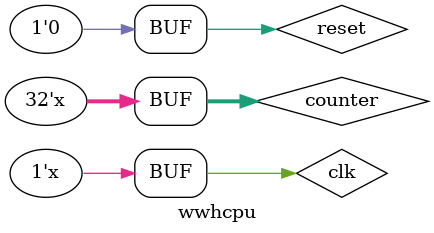
<source format=v>

`include "defines.v"
module wwhcpu  ();
   
    integer counter;
    reg clk;
    reg reset;
   initial begin
      clk = 0;
       counter =0;
      // reset = 1;
      // #5 ;
      reset = 0; #100;
      reset = 1; #100;
      reset = 0; #100;
   end
     
  always begin
    
    #(100) clk = ~clk;   
  
    if (clk == 1'b1) 
      begin
    	$display("clock: %d", counter);
		counter = counter + 1;
      end
   end
    //pc
    wire [31:0]               nextpc;
    wire [31:0]               instr;
    wire [31:0]               pc;
    wire [31:0]               npc;
    wire [31:0]               pcplus4;
    //rf
    // wire [4:0]                addr_w;
    // wire [4:0]                addr_rs1;
    // wire [4:0]                addr_rs2;
    wire [31:0]               data_r1;
    wire [31:0]               data_r2;
    wire [31:0]               data_w;
    wire                      rf_w;
    
    
    wire                      mem_w;
    wire [31:0]               mem_read;
    
    wire [31:0]               aluout;
    wire                      overflow;
    
    wire [31:0]               imm;
    wire                      ge;
    wire                      zero;
    wire                      lt;
    wire [4:0]                immctrl;           
    wire                      jump; 
    wire                      jalr; 
    wire                      si ;
    wire                      bunsigned;
    wire                      pcsrc;
    wire  [3:0]               aluctrl;            
    wire  [1:0]               alusrca;
    wire                      alusrcb;
    wire                      lunsigned; 
    wire [1:0]                lwhb;
    wire [1:0]                swhb;       
    wire                      memtoreg;

    wire [31:0]               writedata;
    wire [31:0]               memout;
    wire                      auipc;
    wire                      alui;

//IF stage
pc  pc0(
        .clk(clk),
        .reset(reset),
        .nextpc(nextpc),
        .pc(pc)
    );

pcplusfour pcplusfour0( 
        .pc(pc),
        .pcplus4(pcplus4)       
    );

pcaddimm  pcaddimm0(  
        .pc(pc),
	    .data_r1(data_r1),
	    .imm(imm),
	    .jalr(jalr), 
	    .npc(npc)
    );

pc_mux pc_mux0(
        .npc(npc),
        .pcplus4(pcplus4),
        .pcsrc(pcsrc),
        .nextpc(nextpc)
);
 
imem   imem0(
        .pc(pc),
        .instr(instr)
    );

//ID stage
regfile regfile0(
        .clk(clk),
        .reset(reset),
        .rf_w(rf_w),
        .npc(npc),
        .auipc(auipc),
        .addr_r1(instr[19:15]),
        .addr_r2(instr[24:20]),
        .addr_w(instr[11:7]),
        .data_w(data_w),
        .jump(jump),
        .pcplus4(pcplus4),
        .data_r1(data_r1),
        .data_r2(data_r2) 
    );

imm_ext imm_ext0(
    .instr(instr),
    .immctrl(immctrl),
    .si(si),
    .immout(imm)
);

controller controller0(
    .clk(clk), 
    .reset(reset),
    .opcode(instr[6:0]),
    .funct3(instr[14:12]),
    .funct7(instr[31:25]),
    .rd(instr[11:7]), 
    .rs1(instr[19:15]),
    .imm(imm[11:0]),
    .zero(zero), 
    .lt(lt), 
    .immctrl(immctrl),            
    .jump(jump), 
    .jalr(jalr), 
    .si(si), 
    .bunsigned(bunsigned), 
    .pcsrc(pcsrc),
    .aluctrl(aluctrl),            
    .alusrca(alusrca),
    .alusrcb(alusrcb),
    .memwrite(mem_w), 
    .lunsigned(lunsigned), 
    .lwhb(lwhb), 
    .swhb(swhb),          
    .memtoreg(memtoreg), 
    .regwrite(rf_w), 
    .auipc(auipc),
    .alui(alui)
);

//EX stage
alu alu0(
    .r1(data_r1),
    .r2(data_r2), 
	.imm(imm), 
	.aluctrl(aluctrl),
    .alui(alui), 
	.aluout(aluout),
	.overflow(overflow),
	.zero(zero),
    .lt(lt),
	.ge(ge)
);

//MEM stage
dmem dmem0(
    .clk(clk), 
    .write(mem_w),
    .addr(aluout), 
    .writedata(data_r2),
    .lwhb(lwhb),
    .swhb(swhb),
    .read(mem_read)
);

// s_mux s_mux0(
//     .d(data_r2),
//     .s(swhb),
//     .y(writedata)
// );

// l_mux l_mux0(
//     .d(mem_read),
//     .s(lwhb),
//     .y(memout)
// );

mux2 mux2_memtoreg(
    .d0(mem_read),
    .d1(aluout),
    .s(memtoreg),
    .y(data_w)
);
endmodule
</source>
